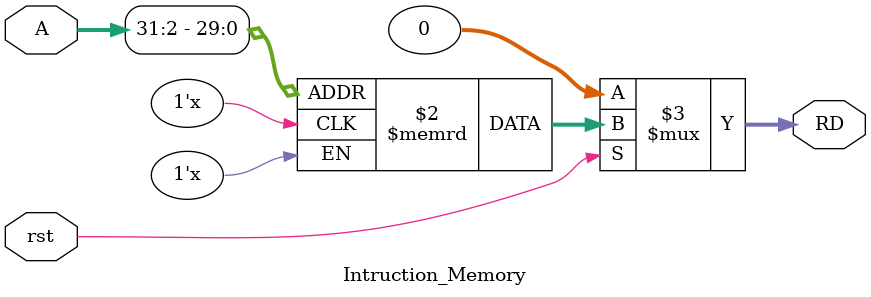
<source format=v>
module Intruction_Memory(A, RD, rst);
    input [31:0] A;
    input rst; // Reset signal

    output [31:0] RD;

    // Memory creation
    reg [31:0] mem [1023:0];

    assign RD = (rst == 1'b0) ? 32'h00000000 : mem[A[31:2]];


endmodule
</source>
